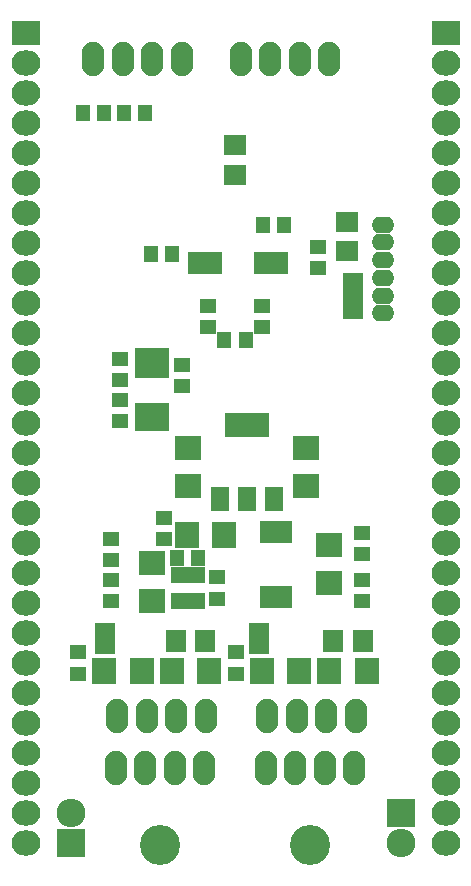
<source format=gbr>
G04 #@! TF.FileFunction,Soldermask,Top*
%FSLAX46Y46*%
G04 Gerber Fmt 4.6, Leading zero omitted, Abs format (unit mm)*
G04 Created by KiCad (PCBNEW 4.0.5) date 01/02/17 01:45:52*
%MOMM*%
%LPD*%
G01*
G04 APERTURE LIST*
%ADD10C,0.100000*%
%ADD11R,2.432000X2.127200*%
%ADD12O,2.432000X2.127200*%
%ADD13R,1.400000X1.200000*%
%ADD14R,1.200000X1.400000*%
%ADD15R,2.200000X2.000000*%
%ADD16R,2.000000X2.200000*%
%ADD17O,1.924000X1.400000*%
%ADD18R,3.000000X2.600000*%
%ADD19R,3.000000X2.400000*%
%ADD20O,1.900000X2.900000*%
%ADD21R,1.670000X1.365200*%
%ADD22R,2.800000X1.900000*%
%ADD23R,2.432000X2.432000*%
%ADD24O,2.432000X2.432000*%
%ADD25R,3.000000X1.900000*%
%ADD26R,1.600000X2.100000*%
%ADD27R,3.700000X2.100000*%
%ADD28C,3.400000*%
%ADD29R,1.900000X1.700000*%
%ADD30R,1.700000X1.900000*%
%ADD31R,1.050000X1.460000*%
G04 APERTURE END LIST*
D10*
D11*
X36830000Y-1270000D03*
D12*
X36830000Y-3810000D03*
X36830000Y-6350000D03*
X36830000Y-8890000D03*
X36830000Y-11430000D03*
X36830000Y-13970000D03*
X36830000Y-16510000D03*
X36830000Y-19050000D03*
X36830000Y-21590000D03*
X36830000Y-24130000D03*
X36830000Y-26670000D03*
X36830000Y-29210000D03*
X36830000Y-31750000D03*
X36830000Y-34290000D03*
X36830000Y-36830000D03*
X36830000Y-39370000D03*
X36830000Y-41910000D03*
X36830000Y-44450000D03*
X36830000Y-46990000D03*
X36830000Y-49530000D03*
X36830000Y-52070000D03*
X36830000Y-54610000D03*
X36830000Y-57150000D03*
X36830000Y-59690000D03*
X36830000Y-62230000D03*
X36830000Y-64770000D03*
X36830000Y-67310000D03*
X36830000Y-69850000D03*
D13*
X13000000Y-42350000D03*
X13000000Y-44150000D03*
X9250000Y-30650000D03*
X9250000Y-28850000D03*
X16750000Y-24350000D03*
X16750000Y-26150000D03*
D14*
X13650000Y-20000000D03*
X11850000Y-20000000D03*
X18100000Y-27250000D03*
X19900000Y-27250000D03*
D13*
X26000000Y-21150000D03*
X26000000Y-19350000D03*
D15*
X25000000Y-39600000D03*
X25000000Y-36400000D03*
X15000000Y-36400000D03*
X15000000Y-39600000D03*
D16*
X18100000Y-43750000D03*
X14900000Y-43750000D03*
D17*
X31500000Y-25000000D03*
X31500000Y-23500000D03*
X31500000Y-22000000D03*
X31500000Y-20500000D03*
X31500000Y-19000000D03*
X31500000Y-17500000D03*
D13*
X21250000Y-24350000D03*
X21250000Y-26150000D03*
X14500000Y-29350000D03*
X14500000Y-31150000D03*
D14*
X7900000Y-8000000D03*
X6100000Y-8000000D03*
D13*
X29750000Y-47600000D03*
X29750000Y-49400000D03*
D14*
X14100000Y-45750000D03*
X15900000Y-45750000D03*
D13*
X8500000Y-45900000D03*
X8500000Y-44100000D03*
D18*
X12000000Y-29200000D03*
D19*
X12000000Y-33800000D03*
D20*
X27000000Y-3500000D03*
X24500000Y-3500000D03*
X22000000Y-3500000D03*
X19500000Y-3500000D03*
X14500000Y-3500000D03*
X12000000Y-3500000D03*
X9500000Y-3500000D03*
X7000000Y-3500000D03*
D21*
X29000000Y-22230000D03*
X29000000Y-23500000D03*
X29000000Y-24770000D03*
D13*
X9250000Y-32350000D03*
X9250000Y-34150000D03*
X5715000Y-55510000D03*
X5715000Y-53710000D03*
X19050000Y-53710000D03*
X19050000Y-55510000D03*
D15*
X27000000Y-44650000D03*
X27000000Y-47850000D03*
X12000000Y-46150000D03*
X12000000Y-49350000D03*
D13*
X17500000Y-47350000D03*
X17500000Y-49150000D03*
D14*
X11400000Y-8000000D03*
X9600000Y-8000000D03*
D13*
X29750000Y-43600000D03*
X29750000Y-45400000D03*
X8500000Y-49400000D03*
X8500000Y-47600000D03*
D21*
X21000000Y-51865000D03*
X21000000Y-53135000D03*
X8000000Y-51865000D03*
X8000000Y-53135000D03*
D22*
X22500000Y-43500000D03*
X22500000Y-49000000D03*
D20*
X16510000Y-59055000D03*
X14010000Y-59055000D03*
X11510000Y-59055000D03*
X9010000Y-59055000D03*
D23*
X33020000Y-67310000D03*
D24*
X33020000Y-69850000D03*
D20*
X29210000Y-59055000D03*
X26710000Y-59055000D03*
X24210000Y-59055000D03*
X21710000Y-59055000D03*
D23*
X5080000Y-69850000D03*
D24*
X5080000Y-67310000D03*
D14*
X21350000Y-17500000D03*
X23150000Y-17500000D03*
D25*
X22050000Y-20750000D03*
X16450000Y-20750000D03*
D26*
X17700000Y-40750000D03*
X20000000Y-40750000D03*
X22300000Y-40750000D03*
D27*
X20000000Y-34450000D03*
D11*
X1270000Y-1270000D03*
D12*
X1270000Y-3810000D03*
X1270000Y-6350000D03*
X1270000Y-8890000D03*
X1270000Y-11430000D03*
X1270000Y-13970000D03*
X1270000Y-16510000D03*
X1270000Y-19050000D03*
X1270000Y-21590000D03*
X1270000Y-24130000D03*
X1270000Y-26670000D03*
X1270000Y-29210000D03*
X1270000Y-31750000D03*
X1270000Y-34290000D03*
X1270000Y-36830000D03*
X1270000Y-39370000D03*
X1270000Y-41910000D03*
X1270000Y-44450000D03*
X1270000Y-46990000D03*
X1270000Y-49530000D03*
X1270000Y-52070000D03*
X1270000Y-54610000D03*
X1270000Y-57150000D03*
X1270000Y-59690000D03*
X1270000Y-62230000D03*
X1270000Y-64770000D03*
X1270000Y-67310000D03*
X1270000Y-69850000D03*
D20*
X8890000Y-63500000D03*
X11390000Y-63500000D03*
X13890000Y-63500000D03*
X16390000Y-63500000D03*
D28*
X12640000Y-70000000D03*
D20*
X21590000Y-63500000D03*
X24090000Y-63500000D03*
X26590000Y-63500000D03*
X29090000Y-63500000D03*
D28*
X25340000Y-70000000D03*
D16*
X7925000Y-55245000D03*
X11125000Y-55245000D03*
X21260000Y-55245000D03*
X24460000Y-55245000D03*
D29*
X19000000Y-10750000D03*
X19000000Y-13250000D03*
X28500000Y-17250000D03*
X28500000Y-19750000D03*
D30*
X13990000Y-52705000D03*
X16490000Y-52705000D03*
X27325000Y-52705000D03*
X29825000Y-52705000D03*
D16*
X16840000Y-55245000D03*
X13640000Y-55245000D03*
X30175000Y-55245000D03*
X26975000Y-55245000D03*
D31*
X15950000Y-47150000D03*
X15000000Y-47150000D03*
X14050000Y-47150000D03*
X14050000Y-49350000D03*
X15950000Y-49350000D03*
X15000000Y-49350000D03*
M02*

</source>
